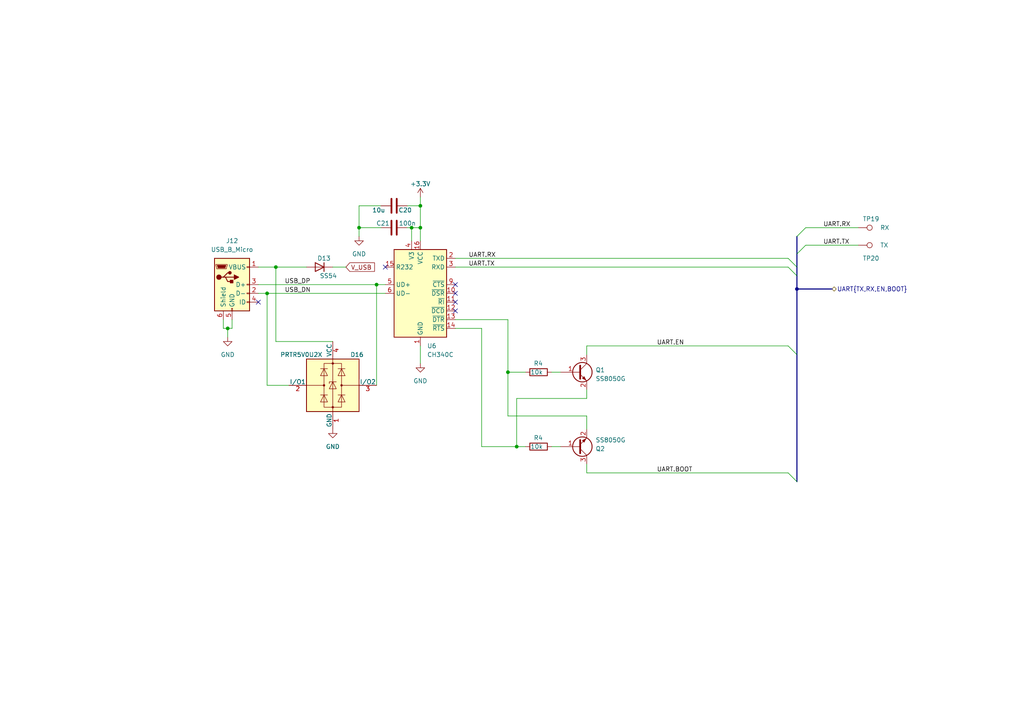
<source format=kicad_sch>
(kicad_sch (version 20230121) (generator eeschema)

  (uuid 5fddc0bf-220a-4e87-bb8a-a5446f04e8b5)

  (paper "A4")

  (lib_symbols
    (symbol "Connector:TestPoint" (pin_numbers hide) (pin_names (offset 0.762) hide) (in_bom yes) (on_board yes)
      (property "Reference" "TP" (at 0 6.858 0)
        (effects (font (size 1.27 1.27)))
      )
      (property "Value" "TestPoint" (at 0 5.08 0)
        (effects (font (size 1.27 1.27)))
      )
      (property "Footprint" "" (at 5.08 0 0)
        (effects (font (size 1.27 1.27)) hide)
      )
      (property "Datasheet" "~" (at 5.08 0 0)
        (effects (font (size 1.27 1.27)) hide)
      )
      (property "ki_keywords" "test point tp" (at 0 0 0)
        (effects (font (size 1.27 1.27)) hide)
      )
      (property "ki_description" "test point" (at 0 0 0)
        (effects (font (size 1.27 1.27)) hide)
      )
      (property "ki_fp_filters" "Pin* Test*" (at 0 0 0)
        (effects (font (size 1.27 1.27)) hide)
      )
      (symbol "TestPoint_0_1"
        (circle (center 0 3.302) (radius 0.762)
          (stroke (width 0) (type default))
          (fill (type none))
        )
      )
      (symbol "TestPoint_1_1"
        (pin passive line (at 0 0 90) (length 2.54)
          (name "1" (effects (font (size 1.27 1.27))))
          (number "1" (effects (font (size 1.27 1.27))))
        )
      )
    )
    (symbol "Connector:USB_B_Micro" (pin_names (offset 1.016)) (in_bom yes) (on_board yes)
      (property "Reference" "J" (at -5.08 11.43 0)
        (effects (font (size 1.27 1.27)) (justify left))
      )
      (property "Value" "USB_B_Micro" (at -5.08 8.89 0)
        (effects (font (size 1.27 1.27)) (justify left))
      )
      (property "Footprint" "" (at 3.81 -1.27 0)
        (effects (font (size 1.27 1.27)) hide)
      )
      (property "Datasheet" "~" (at 3.81 -1.27 0)
        (effects (font (size 1.27 1.27)) hide)
      )
      (property "ki_keywords" "connector USB micro" (at 0 0 0)
        (effects (font (size 1.27 1.27)) hide)
      )
      (property "ki_description" "USB Micro Type B connector" (at 0 0 0)
        (effects (font (size 1.27 1.27)) hide)
      )
      (property "ki_fp_filters" "USB*" (at 0 0 0)
        (effects (font (size 1.27 1.27)) hide)
      )
      (symbol "USB_B_Micro_0_1"
        (rectangle (start -5.08 -7.62) (end 5.08 7.62)
          (stroke (width 0.254) (type default))
          (fill (type background))
        )
        (circle (center -3.81 2.159) (radius 0.635)
          (stroke (width 0.254) (type default))
          (fill (type outline))
        )
        (circle (center -0.635 3.429) (radius 0.381)
          (stroke (width 0.254) (type default))
          (fill (type outline))
        )
        (rectangle (start -0.127 -7.62) (end 0.127 -6.858)
          (stroke (width 0) (type default))
          (fill (type none))
        )
        (polyline
          (pts
            (xy -1.905 2.159)
            (xy 0.635 2.159)
          )
          (stroke (width 0.254) (type default))
          (fill (type none))
        )
        (polyline
          (pts
            (xy -3.175 2.159)
            (xy -2.54 2.159)
            (xy -1.27 3.429)
            (xy -0.635 3.429)
          )
          (stroke (width 0.254) (type default))
          (fill (type none))
        )
        (polyline
          (pts
            (xy -2.54 2.159)
            (xy -1.905 2.159)
            (xy -1.27 0.889)
            (xy 0 0.889)
          )
          (stroke (width 0.254) (type default))
          (fill (type none))
        )
        (polyline
          (pts
            (xy 0.635 2.794)
            (xy 0.635 1.524)
            (xy 1.905 2.159)
            (xy 0.635 2.794)
          )
          (stroke (width 0.254) (type default))
          (fill (type outline))
        )
        (polyline
          (pts
            (xy -4.318 5.588)
            (xy -1.778 5.588)
            (xy -2.032 4.826)
            (xy -4.064 4.826)
            (xy -4.318 5.588)
          )
          (stroke (width 0) (type default))
          (fill (type outline))
        )
        (polyline
          (pts
            (xy -4.699 5.842)
            (xy -4.699 5.588)
            (xy -4.445 4.826)
            (xy -4.445 4.572)
            (xy -1.651 4.572)
            (xy -1.651 4.826)
            (xy -1.397 5.588)
            (xy -1.397 5.842)
            (xy -4.699 5.842)
          )
          (stroke (width 0) (type default))
          (fill (type none))
        )
        (rectangle (start 0.254 1.27) (end -0.508 0.508)
          (stroke (width 0.254) (type default))
          (fill (type outline))
        )
        (rectangle (start 5.08 -5.207) (end 4.318 -4.953)
          (stroke (width 0) (type default))
          (fill (type none))
        )
        (rectangle (start 5.08 -2.667) (end 4.318 -2.413)
          (stroke (width 0) (type default))
          (fill (type none))
        )
        (rectangle (start 5.08 -0.127) (end 4.318 0.127)
          (stroke (width 0) (type default))
          (fill (type none))
        )
        (rectangle (start 5.08 4.953) (end 4.318 5.207)
          (stroke (width 0) (type default))
          (fill (type none))
        )
      )
      (symbol "USB_B_Micro_1_1"
        (pin power_out line (at 7.62 5.08 180) (length 2.54)
          (name "VBUS" (effects (font (size 1.27 1.27))))
          (number "1" (effects (font (size 1.27 1.27))))
        )
        (pin bidirectional line (at 7.62 -2.54 180) (length 2.54)
          (name "D-" (effects (font (size 1.27 1.27))))
          (number "2" (effects (font (size 1.27 1.27))))
        )
        (pin bidirectional line (at 7.62 0 180) (length 2.54)
          (name "D+" (effects (font (size 1.27 1.27))))
          (number "3" (effects (font (size 1.27 1.27))))
        )
        (pin passive line (at 7.62 -5.08 180) (length 2.54)
          (name "ID" (effects (font (size 1.27 1.27))))
          (number "4" (effects (font (size 1.27 1.27))))
        )
        (pin power_out line (at 0 -10.16 90) (length 2.54)
          (name "GND" (effects (font (size 1.27 1.27))))
          (number "5" (effects (font (size 1.27 1.27))))
        )
        (pin passive line (at -2.54 -10.16 90) (length 2.54)
          (name "Shield" (effects (font (size 1.27 1.27))))
          (number "6" (effects (font (size 1.27 1.27))))
        )
      )
    )
    (symbol "Device:C" (pin_numbers hide) (pin_names (offset 0.254)) (in_bom yes) (on_board yes)
      (property "Reference" "C" (at 0.635 2.54 0)
        (effects (font (size 1.27 1.27)) (justify left))
      )
      (property "Value" "C" (at 0.635 -2.54 0)
        (effects (font (size 1.27 1.27)) (justify left))
      )
      (property "Footprint" "" (at 0.9652 -3.81 0)
        (effects (font (size 1.27 1.27)) hide)
      )
      (property "Datasheet" "~" (at 0 0 0)
        (effects (font (size 1.27 1.27)) hide)
      )
      (property "ki_keywords" "cap capacitor" (at 0 0 0)
        (effects (font (size 1.27 1.27)) hide)
      )
      (property "ki_description" "Unpolarized capacitor" (at 0 0 0)
        (effects (font (size 1.27 1.27)) hide)
      )
      (property "ki_fp_filters" "C_*" (at 0 0 0)
        (effects (font (size 1.27 1.27)) hide)
      )
      (symbol "C_0_1"
        (polyline
          (pts
            (xy -2.032 -0.762)
            (xy 2.032 -0.762)
          )
          (stroke (width 0.508) (type default))
          (fill (type none))
        )
        (polyline
          (pts
            (xy -2.032 0.762)
            (xy 2.032 0.762)
          )
          (stroke (width 0.508) (type default))
          (fill (type none))
        )
      )
      (symbol "C_1_1"
        (pin passive line (at 0 3.81 270) (length 2.794)
          (name "~" (effects (font (size 1.27 1.27))))
          (number "1" (effects (font (size 1.27 1.27))))
        )
        (pin passive line (at 0 -3.81 90) (length 2.794)
          (name "~" (effects (font (size 1.27 1.27))))
          (number "2" (effects (font (size 1.27 1.27))))
        )
      )
    )
    (symbol "Device:D" (pin_numbers hide) (pin_names (offset 1.016) hide) (in_bom yes) (on_board yes)
      (property "Reference" "D" (at 0 2.54 0)
        (effects (font (size 1.27 1.27)))
      )
      (property "Value" "D" (at 0 -2.54 0)
        (effects (font (size 1.27 1.27)))
      )
      (property "Footprint" "" (at 0 0 0)
        (effects (font (size 1.27 1.27)) hide)
      )
      (property "Datasheet" "~" (at 0 0 0)
        (effects (font (size 1.27 1.27)) hide)
      )
      (property "Sim.Device" "D" (at 0 0 0)
        (effects (font (size 1.27 1.27)) hide)
      )
      (property "Sim.Pins" "1=K 2=A" (at 0 0 0)
        (effects (font (size 1.27 1.27)) hide)
      )
      (property "ki_keywords" "diode" (at 0 0 0)
        (effects (font (size 1.27 1.27)) hide)
      )
      (property "ki_description" "Diode" (at 0 0 0)
        (effects (font (size 1.27 1.27)) hide)
      )
      (property "ki_fp_filters" "TO-???* *_Diode_* *SingleDiode* D_*" (at 0 0 0)
        (effects (font (size 1.27 1.27)) hide)
      )
      (symbol "D_0_1"
        (polyline
          (pts
            (xy -1.27 1.27)
            (xy -1.27 -1.27)
          )
          (stroke (width 0.254) (type default))
          (fill (type none))
        )
        (polyline
          (pts
            (xy 1.27 0)
            (xy -1.27 0)
          )
          (stroke (width 0) (type default))
          (fill (type none))
        )
        (polyline
          (pts
            (xy 1.27 1.27)
            (xy 1.27 -1.27)
            (xy -1.27 0)
            (xy 1.27 1.27)
          )
          (stroke (width 0.254) (type default))
          (fill (type none))
        )
      )
      (symbol "D_1_1"
        (pin passive line (at -3.81 0 0) (length 2.54)
          (name "K" (effects (font (size 1.27 1.27))))
          (number "1" (effects (font (size 1.27 1.27))))
        )
        (pin passive line (at 3.81 0 180) (length 2.54)
          (name "A" (effects (font (size 1.27 1.27))))
          (number "2" (effects (font (size 1.27 1.27))))
        )
      )
    )
    (symbol "Device:R" (pin_numbers hide) (pin_names (offset 0)) (in_bom yes) (on_board yes)
      (property "Reference" "R" (at 2.032 0 90)
        (effects (font (size 1.27 1.27)))
      )
      (property "Value" "R" (at 0 0 90)
        (effects (font (size 1.27 1.27)))
      )
      (property "Footprint" "" (at -1.778 0 90)
        (effects (font (size 1.27 1.27)) hide)
      )
      (property "Datasheet" "~" (at 0 0 0)
        (effects (font (size 1.27 1.27)) hide)
      )
      (property "ki_keywords" "R res resistor" (at 0 0 0)
        (effects (font (size 1.27 1.27)) hide)
      )
      (property "ki_description" "Resistor" (at 0 0 0)
        (effects (font (size 1.27 1.27)) hide)
      )
      (property "ki_fp_filters" "R_*" (at 0 0 0)
        (effects (font (size 1.27 1.27)) hide)
      )
      (symbol "R_0_1"
        (rectangle (start -1.016 -2.54) (end 1.016 2.54)
          (stroke (width 0.254) (type default))
          (fill (type none))
        )
      )
      (symbol "R_1_1"
        (pin passive line (at 0 3.81 270) (length 1.27)
          (name "~" (effects (font (size 1.27 1.27))))
          (number "1" (effects (font (size 1.27 1.27))))
        )
        (pin passive line (at 0 -3.81 90) (length 1.27)
          (name "~" (effects (font (size 1.27 1.27))))
          (number "2" (effects (font (size 1.27 1.27))))
        )
      )
    )
    (symbol "Interface_USB:CH340C" (in_bom yes) (on_board yes)
      (property "Reference" "U" (at -5.08 13.97 0)
        (effects (font (size 1.27 1.27)) (justify right))
      )
      (property "Value" "CH340C" (at 1.27 13.97 0)
        (effects (font (size 1.27 1.27)) (justify left))
      )
      (property "Footprint" "Package_SO:SOIC-16_3.9x9.9mm_P1.27mm" (at 1.27 -13.97 0)
        (effects (font (size 1.27 1.27)) (justify left) hide)
      )
      (property "Datasheet" "https://datasheet.lcsc.com/szlcsc/Jiangsu-Qin-Heng-CH340C_C84681.pdf" (at -8.89 20.32 0)
        (effects (font (size 1.27 1.27)) hide)
      )
      (property "ki_keywords" "USB UART Serial Converter Interface" (at 0 0 0)
        (effects (font (size 1.27 1.27)) hide)
      )
      (property "ki_description" "USB serial converter, UART, SOIC-16" (at 0 0 0)
        (effects (font (size 1.27 1.27)) hide)
      )
      (property "ki_fp_filters" "SOIC*3.9x9.9mm*P1.27mm*" (at 0 0 0)
        (effects (font (size 1.27 1.27)) hide)
      )
      (symbol "CH340C_0_1"
        (rectangle (start -7.62 12.7) (end 7.62 -12.7)
          (stroke (width 0.254) (type default))
          (fill (type background))
        )
      )
      (symbol "CH340C_1_1"
        (pin power_in line (at 0 -15.24 90) (length 2.54)
          (name "GND" (effects (font (size 1.27 1.27))))
          (number "1" (effects (font (size 1.27 1.27))))
        )
        (pin input line (at 10.16 0 180) (length 2.54)
          (name "~{DSR}" (effects (font (size 1.27 1.27))))
          (number "10" (effects (font (size 1.27 1.27))))
        )
        (pin input line (at 10.16 -2.54 180) (length 2.54)
          (name "~{RI}" (effects (font (size 1.27 1.27))))
          (number "11" (effects (font (size 1.27 1.27))))
        )
        (pin input line (at 10.16 -5.08 180) (length 2.54)
          (name "~{DCD}" (effects (font (size 1.27 1.27))))
          (number "12" (effects (font (size 1.27 1.27))))
        )
        (pin output line (at 10.16 -7.62 180) (length 2.54)
          (name "~{DTR}" (effects (font (size 1.27 1.27))))
          (number "13" (effects (font (size 1.27 1.27))))
        )
        (pin output line (at 10.16 -10.16 180) (length 2.54)
          (name "~{RTS}" (effects (font (size 1.27 1.27))))
          (number "14" (effects (font (size 1.27 1.27))))
        )
        (pin input line (at -10.16 7.62 0) (length 2.54)
          (name "R232" (effects (font (size 1.27 1.27))))
          (number "15" (effects (font (size 1.27 1.27))))
        )
        (pin power_in line (at 0 15.24 270) (length 2.54)
          (name "VCC" (effects (font (size 1.27 1.27))))
          (number "16" (effects (font (size 1.27 1.27))))
        )
        (pin output line (at 10.16 10.16 180) (length 2.54)
          (name "TXD" (effects (font (size 1.27 1.27))))
          (number "2" (effects (font (size 1.27 1.27))))
        )
        (pin input line (at 10.16 7.62 180) (length 2.54)
          (name "RXD" (effects (font (size 1.27 1.27))))
          (number "3" (effects (font (size 1.27 1.27))))
        )
        (pin passive line (at -2.54 15.24 270) (length 2.54)
          (name "V3" (effects (font (size 1.27 1.27))))
          (number "4" (effects (font (size 1.27 1.27))))
        )
        (pin bidirectional line (at -10.16 2.54 0) (length 2.54)
          (name "UD+" (effects (font (size 1.27 1.27))))
          (number "5" (effects (font (size 1.27 1.27))))
        )
        (pin bidirectional line (at -10.16 0 0) (length 2.54)
          (name "UD-" (effects (font (size 1.27 1.27))))
          (number "6" (effects (font (size 1.27 1.27))))
        )
        (pin no_connect line (at -7.62 -7.62 0) (length 2.54) hide
          (name "NC" (effects (font (size 1.27 1.27))))
          (number "7" (effects (font (size 1.27 1.27))))
        )
        (pin no_connect line (at -7.62 -10.16 0) (length 2.54) hide
          (name "NC" (effects (font (size 1.27 1.27))))
          (number "8" (effects (font (size 1.27 1.27))))
        )
        (pin input line (at 10.16 2.54 180) (length 2.54)
          (name "~{CTS}" (effects (font (size 1.27 1.27))))
          (number "9" (effects (font (size 1.27 1.27))))
        )
      )
    )
    (symbol "Power_Protection:PRTR5V0U2X" (pin_names (offset 0)) (in_bom yes) (on_board yes)
      (property "Reference" "D" (at 2.794 8.636 0)
        (effects (font (size 1.27 1.27)))
      )
      (property "Value" "PRTR5V0U2X" (at 8.128 -9.398 0)
        (effects (font (size 1.27 1.27)))
      )
      (property "Footprint" "Package_TO_SOT_SMD:SOT-143" (at 1.524 0 0)
        (effects (font (size 1.27 1.27)) hide)
      )
      (property "Datasheet" "https://assets.nexperia.com/documents/data-sheet/PRTR5V0U2X.pdf" (at 1.524 0 0)
        (effects (font (size 1.27 1.27)) hide)
      )
      (property "ki_keywords" "ESD protection diode" (at 0 0 0)
        (effects (font (size 1.27 1.27)) hide)
      )
      (property "ki_description" "Ultra low capacitance double rail-to-rail ESD protection diode, SOT-143" (at 0 0 0)
        (effects (font (size 1.27 1.27)) hide)
      )
      (property "ki_fp_filters" "SOT?143*" (at 0 0 0)
        (effects (font (size 1.27 1.27)) hide)
      )
      (symbol "PRTR5V0U2X_0_1"
        (rectangle (start -7.62 -7.62) (end 7.62 7.62)
          (stroke (width 0.254) (type default))
          (fill (type background))
        )
        (circle (center -2.54 0) (radius 0.254)
          (stroke (width 0) (type default))
          (fill (type outline))
        )
        (rectangle (start -2.54 6.35) (end 2.54 -6.35)
          (stroke (width 0) (type default))
          (fill (type none))
        )
        (circle (center 0 -6.35) (radius 0.254)
          (stroke (width 0) (type default))
          (fill (type outline))
        )
        (polyline
          (pts
            (xy -2.54 0)
            (xy -7.62 0)
          )
          (stroke (width 0) (type default))
          (fill (type none))
        )
        (polyline
          (pts
            (xy -1.524 -2.794)
            (xy -3.556 -2.794)
          )
          (stroke (width 0) (type default))
          (fill (type none))
        )
        (polyline
          (pts
            (xy -1.524 4.826)
            (xy -3.556 4.826)
          )
          (stroke (width 0) (type default))
          (fill (type none))
        )
        (polyline
          (pts
            (xy 0 -7.62)
            (xy 0 7.62)
          )
          (stroke (width 0) (type default))
          (fill (type none))
        )
        (polyline
          (pts
            (xy 1.524 -2.794)
            (xy 3.556 -2.794)
          )
          (stroke (width 0) (type default))
          (fill (type none))
        )
        (polyline
          (pts
            (xy 1.524 4.826)
            (xy 3.556 4.826)
          )
          (stroke (width 0) (type default))
          (fill (type none))
        )
        (polyline
          (pts
            (xy 2.54 0)
            (xy 7.62 0)
          )
          (stroke (width 0) (type default))
          (fill (type none))
        )
        (polyline
          (pts
            (xy 1.016 1.016)
            (xy -1.016 1.016)
            (xy -1.016 0.508)
          )
          (stroke (width 0) (type default))
          (fill (type none))
        )
        (polyline
          (pts
            (xy -3.556 -4.826)
            (xy -1.524 -4.826)
            (xy -2.54 -2.794)
            (xy -3.556 -4.826)
          )
          (stroke (width 0) (type default))
          (fill (type none))
        )
        (polyline
          (pts
            (xy -3.556 2.794)
            (xy -1.524 2.794)
            (xy -2.54 4.826)
            (xy -3.556 2.794)
          )
          (stroke (width 0) (type default))
          (fill (type none))
        )
        (polyline
          (pts
            (xy -1.016 -1.016)
            (xy 1.016 -1.016)
            (xy 0 1.016)
            (xy -1.016 -1.016)
          )
          (stroke (width 0) (type default))
          (fill (type none))
        )
        (polyline
          (pts
            (xy 3.556 -4.826)
            (xy 1.524 -4.826)
            (xy 2.54 -2.794)
            (xy 3.556 -4.826)
          )
          (stroke (width 0) (type default))
          (fill (type none))
        )
        (polyline
          (pts
            (xy 3.556 2.794)
            (xy 1.524 2.794)
            (xy 2.54 4.826)
            (xy 3.556 2.794)
          )
          (stroke (width 0) (type default))
          (fill (type none))
        )
        (circle (center 0 6.35) (radius 0.254)
          (stroke (width 0) (type default))
          (fill (type outline))
        )
        (circle (center 2.54 0) (radius 0.254)
          (stroke (width 0) (type default))
          (fill (type outline))
        )
      )
      (symbol "PRTR5V0U2X_1_1"
        (pin passive line (at 0 -12.7 90) (length 5.08)
          (name "GND" (effects (font (size 1.27 1.27))))
          (number "1" (effects (font (size 1.27 1.27))))
        )
        (pin passive line (at -12.7 0 0) (length 5.08)
          (name "I/O1" (effects (font (size 1.27 1.27))))
          (number "2" (effects (font (size 1.27 1.27))))
        )
        (pin passive line (at 12.7 0 180) (length 5.08)
          (name "I/O2" (effects (font (size 1.27 1.27))))
          (number "3" (effects (font (size 1.27 1.27))))
        )
        (pin passive line (at 0 12.7 270) (length 5.08)
          (name "VCC" (effects (font (size 1.27 1.27))))
          (number "4" (effects (font (size 1.27 1.27))))
        )
      )
    )
    (symbol "kicad_common_lib:SS8050G" (pin_names (offset 0) hide) (in_bom yes) (on_board yes)
      (property "Reference" "Q" (at 5.08 1.905 0)
        (effects (font (size 1.27 1.27)) (justify left))
      )
      (property "Value" "SS8050G" (at 5.08 0 0)
        (effects (font (size 1.27 1.27)) (justify left))
      )
      (property "Footprint" "Package_TO_SOT_SMD:SOT-23" (at 5.08 -1.905 0)
        (effects (font (size 1.27 1.27) italic) (justify left) hide)
      )
      (property "Datasheet" "https://www.mouser.com/datasheet/2/80/SS8050_G_RevA181526-2506539.pdf" (at -29.972 -19.812 0)
        (effects (font (size 1.27 1.27)) (justify left) hide)
      )
      (property "ki_keywords" "NPN Transistor" (at 0 0 0)
        (effects (font (size 1.27 1.27)) hide)
      )
      (property "ki_description" "0.8A Ic, 25V Vce, NPN Transistor, SOT-23" (at 0 0 0)
        (effects (font (size 1.27 1.27)) hide)
      )
      (property "ki_fp_filters" "SOT?23*" (at 0 0 0)
        (effects (font (size 1.27 1.27)) hide)
      )
      (symbol "SS8050G_0_1"
        (polyline
          (pts
            (xy 0.635 0.635)
            (xy 2.54 2.54)
          )
          (stroke (width 0) (type default))
          (fill (type none))
        )
        (polyline
          (pts
            (xy 0.635 -0.635)
            (xy 2.54 -2.54)
            (xy 2.54 -2.54)
          )
          (stroke (width 0) (type default))
          (fill (type none))
        )
        (polyline
          (pts
            (xy 0.635 1.905)
            (xy 0.635 -1.905)
            (xy 0.635 -1.905)
          )
          (stroke (width 0.508) (type default))
          (fill (type none))
        )
        (polyline
          (pts
            (xy 1.27 -1.778)
            (xy 1.778 -1.27)
            (xy 2.286 -2.286)
            (xy 1.27 -1.778)
            (xy 1.27 -1.778)
          )
          (stroke (width 0) (type default))
          (fill (type outline))
        )
        (circle (center 1.27 0) (radius 2.8194)
          (stroke (width 0.254) (type default))
          (fill (type none))
        )
      )
      (symbol "SS8050G_1_1"
        (pin input line (at -5.08 0 0) (length 5.715)
          (name "B" (effects (font (size 1.27 1.27))))
          (number "1" (effects (font (size 1.27 1.27))))
        )
        (pin passive line (at 2.54 -5.08 90) (length 2.54)
          (name "E" (effects (font (size 1.27 1.27))))
          (number "2" (effects (font (size 1.27 1.27))))
        )
        (pin passive line (at 2.54 5.08 270) (length 2.54)
          (name "C" (effects (font (size 1.27 1.27))))
          (number "3" (effects (font (size 1.27 1.27))))
        )
      )
    )
    (symbol "power:+3.3V" (power) (pin_names (offset 0)) (in_bom yes) (on_board yes)
      (property "Reference" "#PWR" (at 0 -3.81 0)
        (effects (font (size 1.27 1.27)) hide)
      )
      (property "Value" "+3.3V" (at 0 3.556 0)
        (effects (font (size 1.27 1.27)))
      )
      (property "Footprint" "" (at 0 0 0)
        (effects (font (size 1.27 1.27)) hide)
      )
      (property "Datasheet" "" (at 0 0 0)
        (effects (font (size 1.27 1.27)) hide)
      )
      (property "ki_keywords" "global power" (at 0 0 0)
        (effects (font (size 1.27 1.27)) hide)
      )
      (property "ki_description" "Power symbol creates a global label with name \"+3.3V\"" (at 0 0 0)
        (effects (font (size 1.27 1.27)) hide)
      )
      (symbol "+3.3V_0_1"
        (polyline
          (pts
            (xy -0.762 1.27)
            (xy 0 2.54)
          )
          (stroke (width 0) (type default))
          (fill (type none))
        )
        (polyline
          (pts
            (xy 0 0)
            (xy 0 2.54)
          )
          (stroke (width 0) (type default))
          (fill (type none))
        )
        (polyline
          (pts
            (xy 0 2.54)
            (xy 0.762 1.27)
          )
          (stroke (width 0) (type default))
          (fill (type none))
        )
      )
      (symbol "+3.3V_1_1"
        (pin power_in line (at 0 0 90) (length 0) hide
          (name "+3.3V" (effects (font (size 1.27 1.27))))
          (number "1" (effects (font (size 1.27 1.27))))
        )
      )
    )
    (symbol "power:GND" (power) (pin_names (offset 0)) (in_bom yes) (on_board yes)
      (property "Reference" "#PWR" (at 0 -6.35 0)
        (effects (font (size 1.27 1.27)) hide)
      )
      (property "Value" "GND" (at 0 -3.81 0)
        (effects (font (size 1.27 1.27)))
      )
      (property "Footprint" "" (at 0 0 0)
        (effects (font (size 1.27 1.27)) hide)
      )
      (property "Datasheet" "" (at 0 0 0)
        (effects (font (size 1.27 1.27)) hide)
      )
      (property "ki_keywords" "global power" (at 0 0 0)
        (effects (font (size 1.27 1.27)) hide)
      )
      (property "ki_description" "Power symbol creates a global label with name \"GND\" , ground" (at 0 0 0)
        (effects (font (size 1.27 1.27)) hide)
      )
      (symbol "GND_0_1"
        (polyline
          (pts
            (xy 0 0)
            (xy 0 -1.27)
            (xy 1.27 -1.27)
            (xy 0 -2.54)
            (xy -1.27 -1.27)
            (xy 0 -1.27)
          )
          (stroke (width 0) (type default))
          (fill (type none))
        )
      )
      (symbol "GND_1_1"
        (pin power_in line (at 0 0 270) (length 0) hide
          (name "GND" (effects (font (size 1.27 1.27))))
          (number "1" (effects (font (size 1.27 1.27))))
        )
      )
    )
  )

  (junction (at 104.14 66.04) (diameter 0.9144) (color 0 0 0 0)
    (uuid 2047fc7d-cad9-46e5-9bc5-f5094c930aa9)
  )
  (junction (at 109.22 82.55) (diameter 0.9144) (color 0 0 0 0)
    (uuid 239480c5-cf89-4379-b686-da997f77cd35)
  )
  (junction (at 147.32 107.95) (diameter 0) (color 0 0 0 0)
    (uuid 2c2b005f-9127-4904-b228-df96df626298)
  )
  (junction (at 119.38 66.04) (diameter 0.9144) (color 0 0 0 0)
    (uuid 3ea3b136-fe43-4b6e-862d-90cc64b6e57d)
  )
  (junction (at 80.01 77.47) (diameter 0.9144) (color 0 0 0 0)
    (uuid 5b2ca2c1-4f47-443b-b5e7-8f717c4f424f)
  )
  (junction (at 121.92 59.69) (diameter 0.9144) (color 0 0 0 0)
    (uuid 69bbf1ce-b2b6-46d9-8ebd-a7565c378a8c)
  )
  (junction (at 231.14 83.82) (diameter 0) (color 0 0 0 0)
    (uuid 8a529a1f-b8d6-4bec-ba39-b4e221ef1f03)
  )
  (junction (at 121.92 66.04) (diameter 0.9144) (color 0 0 0 0)
    (uuid a780fe4f-b763-4b36-bcd7-2a066901324c)
  )
  (junction (at 66.04 95.25) (diameter 0.9144) (color 0 0 0 0)
    (uuid b245c46d-c08d-43b7-b5d3-72798a8463ac)
  )
  (junction (at 149.86 129.54) (diameter 0) (color 0 0 0 0)
    (uuid bd9a3035-56d9-432f-acc6-1a0c4844efc1)
  )
  (junction (at 77.47 85.09) (diameter 0.9144) (color 0 0 0 0)
    (uuid c020e690-3bdc-4f6d-a32e-51ab2e3565ac)
  )

  (no_connect (at 132.08 90.17) (uuid 0c5e9679-1826-4605-b8be-566903c3ee1d))
  (no_connect (at 74.93 87.63) (uuid 3b794187-00a7-4c4b-920c-3154d7c50070))
  (no_connect (at 132.08 85.09) (uuid 485c8b90-487d-423b-8288-d9d678d44c1c))
  (no_connect (at 111.76 77.47) (uuid 9b0b0106-34bc-4655-bc10-deba5afdb985))
  (no_connect (at 132.08 82.55) (uuid d86a2e7b-372a-485c-81c7-b05d2ab399fc))
  (no_connect (at 132.08 87.63) (uuid e7824fc2-d8c9-43b9-903e-8db6d740a561))

  (bus_entry (at 231.14 73.66) (size 2.54 -2.54)
    (stroke (width 0) (type default))
    (uuid 11ff8e81-0366-4109-bd02-d6d85f06adf7)
  )
  (bus_entry (at 228.6 74.93) (size 2.54 2.54)
    (stroke (width 0) (type default))
    (uuid 581a6ee3-4fe7-435d-ad33-8546e89a7d03)
  )
  (bus_entry (at 228.6 137.16) (size 2.54 2.54)
    (stroke (width 0) (type default))
    (uuid 70d76edc-4463-4351-8fcb-20bd65f52e7b)
  )
  (bus_entry (at 228.6 100.33) (size 2.54 2.54)
    (stroke (width 0) (type default))
    (uuid 882eae53-6dbe-418b-ad07-a3682c56ec6c)
  )
  (bus_entry (at 231.14 68.58) (size 2.54 -2.54)
    (stroke (width 0) (type default))
    (uuid b04f8f90-80a1-4553-b5d4-de2451910b96)
  )
  (bus_entry (at 228.6 77.47) (size 2.54 2.54)
    (stroke (width 0) (type default))
    (uuid baa70ec9-7c40-4aca-b974-daa7950072d3)
  )

  (wire (pts (xy 233.68 71.12) (xy 248.92 71.12))
    (stroke (width 0) (type default))
    (uuid 0bfe5ed3-9537-4e0a-b220-07807525750d)
  )
  (wire (pts (xy 109.22 82.55) (xy 109.22 111.76))
    (stroke (width 0) (type solid))
    (uuid 0c6be1e4-096c-46b5-acb6-7d90b2d63e41)
  )
  (wire (pts (xy 119.38 66.04) (xy 121.92 66.04))
    (stroke (width 0) (type solid))
    (uuid 0ec2fe08-1f08-466c-91cd-a269fd828f82)
  )
  (wire (pts (xy 170.18 120.65) (xy 147.32 120.65))
    (stroke (width 0) (type default))
    (uuid 12570aa1-92fd-47d3-a5e6-388b04289275)
  )
  (wire (pts (xy 74.93 85.09) (xy 77.47 85.09))
    (stroke (width 0) (type solid))
    (uuid 1416e0b5-d709-4b51-b1d2-2032fb97465b)
  )
  (bus (pts (xy 231.14 80.01) (xy 231.14 83.82))
    (stroke (width 0) (type default))
    (uuid 178416fe-8721-42b3-a2d4-e5d380285a0f)
  )

  (wire (pts (xy 118.11 59.69) (xy 121.92 59.69))
    (stroke (width 0) (type solid))
    (uuid 1cb91cfb-a27f-49ef-84d8-d86ba4c4bf6c)
  )
  (wire (pts (xy 147.32 120.65) (xy 147.32 107.95))
    (stroke (width 0) (type default))
    (uuid 2512ab1d-2e4c-4368-9916-094831c862e1)
  )
  (wire (pts (xy 64.77 95.25) (xy 66.04 95.25))
    (stroke (width 0) (type solid))
    (uuid 2c4940de-b668-4202-a709-6f078be6b214)
  )
  (wire (pts (xy 96.52 77.47) (xy 100.33 77.47))
    (stroke (width 0) (type solid))
    (uuid 3015993d-5f8d-4eec-94d4-f81fdef0b19d)
  )
  (wire (pts (xy 80.01 77.47) (xy 88.9 77.47))
    (stroke (width 0) (type solid))
    (uuid 34a9ccd6-4c99-4321-b2de-bb81813cd124)
  )
  (wire (pts (xy 104.14 66.04) (xy 104.14 59.69))
    (stroke (width 0) (type solid))
    (uuid 38b5ce47-0787-4c4e-9388-bf60add55e20)
  )
  (wire (pts (xy 160.02 129.54) (xy 162.56 129.54))
    (stroke (width 0) (type default))
    (uuid 3938a9e4-16f7-4884-b3f1-9c6bbcc998e7)
  )
  (wire (pts (xy 67.31 95.25) (xy 67.31 92.71))
    (stroke (width 0) (type solid))
    (uuid 3a6f8307-7800-4b19-a952-1879192299d7)
  )
  (wire (pts (xy 104.14 66.04) (xy 110.49 66.04))
    (stroke (width 0) (type solid))
    (uuid 3d1a3424-4d6e-418e-b55f-0298df7e42d3)
  )
  (bus (pts (xy 231.14 77.47) (xy 231.14 80.01))
    (stroke (width 0) (type default))
    (uuid 47cba9dc-1077-465e-9339-1ab5eca0dd6e)
  )

  (wire (pts (xy 170.18 102.87) (xy 170.18 100.33))
    (stroke (width 0) (type default))
    (uuid 4a84dc33-b12f-4601-a9e4-a997d6550420)
  )
  (wire (pts (xy 119.38 69.85) (xy 119.38 66.04))
    (stroke (width 0) (type solid))
    (uuid 4dc00e94-445c-4c28-8e39-07687f1b7d1a)
  )
  (wire (pts (xy 104.14 68.58) (xy 104.14 66.04))
    (stroke (width 0) (type solid))
    (uuid 4f3f6770-eec1-4405-bc6e-116a5bfe6b3f)
  )
  (wire (pts (xy 132.08 74.93) (xy 228.6 74.93))
    (stroke (width 0) (type default))
    (uuid 53989b1c-7ef4-4591-bc38-c7b427c9efe3)
  )
  (bus (pts (xy 231.14 73.66) (xy 231.14 77.47))
    (stroke (width 0) (type default))
    (uuid 5586ca6d-ccf6-4279-9a2b-9724314658d1)
  )

  (wire (pts (xy 104.14 59.69) (xy 110.49 59.69))
    (stroke (width 0) (type solid))
    (uuid 5a584b43-398b-4a82-aa3f-b2f444e415ff)
  )
  (wire (pts (xy 170.18 137.16) (xy 228.6 137.16))
    (stroke (width 0) (type default))
    (uuid 5dd1057f-891b-4660-abf6-c07978b0bb65)
  )
  (wire (pts (xy 170.18 100.33) (xy 228.6 100.33))
    (stroke (width 0) (type default))
    (uuid 6d264c35-89a0-4f24-8600-463d49e22fe4)
  )
  (wire (pts (xy 64.77 92.71) (xy 64.77 95.25))
    (stroke (width 0) (type solid))
    (uuid 7abdf815-e741-47f8-b424-49780d9134cb)
  )
  (wire (pts (xy 147.32 107.95) (xy 152.4 107.95))
    (stroke (width 0) (type default))
    (uuid 7d465149-c421-411b-bc7c-32c78509121a)
  )
  (wire (pts (xy 160.02 107.95) (xy 162.56 107.95))
    (stroke (width 0) (type default))
    (uuid 7fce37d9-916a-4781-967b-dae0d21067ca)
  )
  (bus (pts (xy 231.14 102.87) (xy 231.14 139.7))
    (stroke (width 0) (type default))
    (uuid 7fe78966-e324-4655-bd38-5293a361c6c6)
  )

  (wire (pts (xy 139.7 129.54) (xy 149.86 129.54))
    (stroke (width 0) (type default))
    (uuid 8a80d9cb-8280-496c-92e0-953a434fed66)
  )
  (wire (pts (xy 74.93 77.47) (xy 80.01 77.47))
    (stroke (width 0) (type solid))
    (uuid 8e50f72c-27c0-4fef-8de3-9d24c066619b)
  )
  (wire (pts (xy 121.92 57.15) (xy 121.92 59.69))
    (stroke (width 0) (type solid))
    (uuid 90f643e9-79bc-4c8d-b068-87adc5136bf3)
  )
  (wire (pts (xy 170.18 124.46) (xy 170.18 120.65))
    (stroke (width 0) (type default))
    (uuid a6c34839-529a-4deb-9011-8183b37cdd14)
  )
  (bus (pts (xy 231.14 68.58) (xy 231.14 73.66))
    (stroke (width 0) (type default))
    (uuid ac5b4117-603a-4ee4-b624-024205333f9a)
  )
  (bus (pts (xy 231.14 83.82) (xy 241.3 83.82))
    (stroke (width 0) (type default))
    (uuid b53baf7f-0538-4906-adfa-748e4ba0877a)
  )

  (wire (pts (xy 121.92 59.69) (xy 121.92 66.04))
    (stroke (width 0) (type solid))
    (uuid b8d05a3f-54b0-4b4c-b20d-107900940921)
  )
  (wire (pts (xy 109.22 82.55) (xy 111.76 82.55))
    (stroke (width 0) (type solid))
    (uuid b95116e3-6ed8-418c-88ea-f93dbe062e56)
  )
  (wire (pts (xy 121.92 66.04) (xy 121.92 69.85))
    (stroke (width 0) (type solid))
    (uuid ba2f0ee2-66c2-433d-8de6-c2e2ef31d722)
  )
  (wire (pts (xy 80.01 99.06) (xy 80.01 77.47))
    (stroke (width 0) (type solid))
    (uuid c2aa7c91-d819-47fa-8376-4e67339443fb)
  )
  (wire (pts (xy 66.04 95.25) (xy 67.31 95.25))
    (stroke (width 0) (type solid))
    (uuid c56d6ee1-0e69-4e57-b031-23297508eecd)
  )
  (wire (pts (xy 170.18 113.03) (xy 170.18 115.57))
    (stroke (width 0) (type default))
    (uuid c57412dc-caf7-4783-b478-16a527d1e88d)
  )
  (wire (pts (xy 77.47 85.09) (xy 111.76 85.09))
    (stroke (width 0) (type solid))
    (uuid c6d00e9a-e877-4879-a78a-60fd0bf3a6bf)
  )
  (wire (pts (xy 147.32 92.71) (xy 147.32 107.95))
    (stroke (width 0) (type default))
    (uuid c6f64de8-d0e9-4038-9d5e-71cfd8b229e4)
  )
  (wire (pts (xy 77.47 85.09) (xy 77.47 111.76))
    (stroke (width 0) (type solid))
    (uuid c9543cec-67f3-429e-b3ea-0d4c799871f5)
  )
  (wire (pts (xy 96.52 99.06) (xy 80.01 99.06))
    (stroke (width 0) (type solid))
    (uuid cf0b1820-d5fb-4a9e-a1a8-4a36f1fe0baf)
  )
  (wire (pts (xy 132.08 77.47) (xy 228.6 77.47))
    (stroke (width 0) (type default))
    (uuid d3d630d9-eb07-446c-866a-9e4b6d0662e9)
  )
  (wire (pts (xy 170.18 134.62) (xy 170.18 137.16))
    (stroke (width 0) (type default))
    (uuid d95217e5-e528-4789-a9b0-380fb69cb2d3)
  )
  (wire (pts (xy 121.92 100.33) (xy 121.92 105.41))
    (stroke (width 0) (type solid))
    (uuid d9770a99-def5-4c3e-8a68-e624ff151430)
  )
  (wire (pts (xy 149.86 129.54) (xy 152.4 129.54))
    (stroke (width 0) (type default))
    (uuid e2d7629a-118b-4452-9b62-de3b487a05b6)
  )
  (wire (pts (xy 83.82 111.76) (xy 77.47 111.76))
    (stroke (width 0) (type solid))
    (uuid e3357bdd-3e59-4680-a5e5-cd025dbbeabb)
  )
  (wire (pts (xy 74.93 82.55) (xy 109.22 82.55))
    (stroke (width 0) (type solid))
    (uuid e412d098-53e7-4efd-9ec0-9bfa34f1138c)
  )
  (wire (pts (xy 170.18 115.57) (xy 149.86 115.57))
    (stroke (width 0) (type default))
    (uuid e5531421-ea93-4458-be65-a863b5f861d0)
  )
  (wire (pts (xy 139.7 95.25) (xy 139.7 129.54))
    (stroke (width 0) (type default))
    (uuid ea47a139-edbb-40f3-9f30-cfe331b7f707)
  )
  (wire (pts (xy 132.08 95.25) (xy 139.7 95.25))
    (stroke (width 0) (type default))
    (uuid f10ff692-e84b-44e1-a7b8-ed7ec5aa6fb4)
  )
  (wire (pts (xy 66.04 97.79) (xy 66.04 95.25))
    (stroke (width 0) (type solid))
    (uuid f45bd5a9-44fc-4f9b-baf7-4ae4fe6ec1e2)
  )
  (bus (pts (xy 231.14 83.82) (xy 231.14 102.87))
    (stroke (width 0) (type default))
    (uuid f5445251-699b-4894-a75c-71e94f5a0872)
  )

  (wire (pts (xy 233.68 66.04) (xy 248.92 66.04))
    (stroke (width 0) (type default))
    (uuid f6f74a62-ca37-474b-a525-91edf71308f5)
  )
  (wire (pts (xy 119.38 66.04) (xy 118.11 66.04))
    (stroke (width 0) (type solid))
    (uuid f91156e7-d174-4602-b20b-f04d5e4d0760)
  )
  (wire (pts (xy 132.08 92.71) (xy 147.32 92.71))
    (stroke (width 0) (type default))
    (uuid f94b79e4-746a-4924-80e4-00b526a3977d)
  )
  (wire (pts (xy 149.86 115.57) (xy 149.86 129.54))
    (stroke (width 0) (type default))
    (uuid ffd5e25b-2d36-4352-85c4-ac347a5cc570)
  )

  (label "UART.EN" (at 190.5 100.33 0) (fields_autoplaced)
    (effects (font (size 1.27 1.27)) (justify left bottom))
    (uuid 077e4cc9-aaa0-407a-8eea-7a295d5f136f)
  )
  (label "UART.TX" (at 135.89 77.47 0) (fields_autoplaced)
    (effects (font (size 1.27 1.27)) (justify left bottom))
    (uuid 2eb45180-1502-4724-80aa-99fcbc81a6be)
  )
  (label "UART.BOOT" (at 190.5 137.16 0) (fields_autoplaced)
    (effects (font (size 1.27 1.27)) (justify left bottom))
    (uuid 59ac740a-90ff-47a2-9445-e31b750b61b4)
  )
  (label "UART.RX" (at 238.76 66.04 0) (fields_autoplaced)
    (effects (font (size 1.27 1.27)) (justify left bottom))
    (uuid 79a3856a-a225-495b-8589-34fa16d5a651)
  )
  (label "USB_DP" (at 82.55 82.55 0) (fields_autoplaced)
    (effects (font (size 1.27 1.27)) (justify left bottom))
    (uuid a26c8dc4-7e35-40fe-a0c7-e9b1fd0576d6)
  )
  (label "UART.TX" (at 238.76 71.12 0) (fields_autoplaced)
    (effects (font (size 1.27 1.27)) (justify left bottom))
    (uuid e1b7aefd-76ae-4429-a4db-7903817d32ee)
  )
  (label "USB_DN" (at 82.55 85.09 0) (fields_autoplaced)
    (effects (font (size 1.27 1.27)) (justify left bottom))
    (uuid e9670e07-0236-4e4c-9bf0-73c64daabc0a)
  )
  (label "UART.RX" (at 135.89 74.93 0) (fields_autoplaced)
    (effects (font (size 1.27 1.27)) (justify left bottom))
    (uuid fdf5f419-8744-4e21-a2f8-ac8f05e38250)
  )

  (global_label "V_USB" (shape input) (at 100.33 77.47 0)
    (effects (font (size 1.27 1.27)) (justify left))
    (uuid 3a393b35-65fe-4ff8-9dba-c10911e2d95c)
    (property "Intersheetrefs" "${INTERSHEET_REFS}" (at 108.6093 77.3906 0)
      (effects (font (size 1.27 1.27)) (justify left) hide)
    )
  )

  (hierarchical_label "UART{TX,RX,EN,BOOT}" (shape bidirectional) (at 241.3 83.82 0) (fields_autoplaced)
    (effects (font (size 1.27 1.27)) (justify left))
    (uuid c5d6ac22-5d98-4dfe-aa2b-2aa488d7e363)
  )

  (symbol (lib_id "Connector:TestPoint") (at 248.92 71.12 270) (unit 1)
    (in_bom yes) (on_board yes) (dnp no)
    (uuid 12c61771-5c62-4502-b45a-f8296f47b5b4)
    (property "Reference" "TP20" (at 250.19 74.93 90)
      (effects (font (size 1.27 1.27)) (justify left))
    )
    (property "Value" "TX" (at 255.27 71.12 90)
      (effects (font (size 1.27 1.27)) (justify left))
    )
    (property "Footprint" "" (at 248.92 76.2 0)
      (effects (font (size 1.27 1.27)) hide)
    )
    (property "Datasheet" "~" (at 248.92 76.2 0)
      (effects (font (size 1.27 1.27)) hide)
    )
    (pin "1" (uuid 4cc2d5b9-819b-4152-8345-902e64bfb120))
    (instances
      (project "esp_radio"
        (path "/c9e2e0d2-0655-4f5e-8e13-71b41b1f7cfe/9103cc11-86bf-4fa8-956b-660d9ba42360"
          (reference "TP20") (unit 1)
        )
      )
    )
  )

  (symbol (lib_id "power:GND") (at 121.92 105.41 0) (unit 1)
    (in_bom yes) (on_board yes) (dnp no) (fields_autoplaced)
    (uuid 26c339ec-5fc1-4922-83ee-8282b21344e8)
    (property "Reference" "#PWR041" (at 121.92 111.76 0)
      (effects (font (size 1.27 1.27)) hide)
    )
    (property "Value" "GND" (at 121.92 110.49 0)
      (effects (font (size 1.27 1.27)))
    )
    (property "Footprint" "" (at 121.92 105.41 0)
      (effects (font (size 1.27 1.27)) hide)
    )
    (property "Datasheet" "" (at 121.92 105.41 0)
      (effects (font (size 1.27 1.27)) hide)
    )
    (pin "1" (uuid 4b94d468-ef4e-4f95-90e5-ad8130e8e124))
    (instances
      (project "esp_radio"
        (path "/c9e2e0d2-0655-4f5e-8e13-71b41b1f7cfe/9103cc11-86bf-4fa8-956b-660d9ba42360"
          (reference "#PWR041") (unit 1)
        )
      )
    )
  )

  (symbol (lib_id "Device:C") (at 114.3 59.69 270) (unit 1)
    (in_bom yes) (on_board yes) (dnp no)
    (uuid 271f4471-3e2d-438f-ba8a-ffb870303dd2)
    (property "Reference" "C20" (at 115.57 60.96 90)
      (effects (font (size 1.27 1.27)) (justify left))
    )
    (property "Value" "10u" (at 107.95 60.96 90)
      (effects (font (size 1.27 1.27)) (justify left))
    )
    (property "Footprint" "Capacitor_THT:CP_Radial_D5.0mm_P2.50mm" (at 110.49 60.6552 0)
      (effects (font (size 1.27 1.27)) hide)
    )
    (property "Datasheet" "~" (at 114.3 59.69 0)
      (effects (font (size 1.27 1.27)) hide)
    )
    (pin "1" (uuid 893ea316-bcb6-480f-9154-8196a457e29c))
    (pin "2" (uuid f951b049-a18b-4970-a696-9be76285b8d1))
    (instances
      (project "iot_gateway"
        (path "/55bc60f8-22fb-46a0-bcf0-c22431b76116"
          (reference "C20") (unit 1)
        )
      )
      (project "esp_radio"
        (path "/c9e2e0d2-0655-4f5e-8e13-71b41b1f7cfe/9103cc11-86bf-4fa8-956b-660d9ba42360"
          (reference "C32") (unit 1)
        )
      )
    )
  )

  (symbol (lib_id "Device:R") (at 156.21 129.54 90) (unit 1)
    (in_bom yes) (on_board yes) (dnp no)
    (uuid 3c832a96-2bbb-4909-b52e-afaaa9f43f97)
    (property "Reference" "R4" (at 157.48 127 90)
      (effects (font (size 1.27 1.27)) (justify left))
    )
    (property "Value" "10k" (at 157.48 129.54 90)
      (effects (font (size 1.27 1.27)) (justify left))
    )
    (property "Footprint" "" (at 156.21 131.318 90)
      (effects (font (size 1.27 1.27)) hide)
    )
    (property "Datasheet" "~" (at 156.21 129.54 0)
      (effects (font (size 1.27 1.27)) hide)
    )
    (pin "1" (uuid ede335a3-53f1-454a-9df8-b8e9d05190ce))
    (pin "2" (uuid f15e146f-1cdb-4704-8a55-a5645455c337))
    (instances
      (project "esp_radio"
        (path "/c9e2e0d2-0655-4f5e-8e13-71b41b1f7cfe/075c031f-b0b0-4bab-abfa-9d47d762eb65"
          (reference "R4") (unit 1)
        )
        (path "/c9e2e0d2-0655-4f5e-8e13-71b41b1f7cfe/9103cc11-86bf-4fa8-956b-660d9ba42360"
          (reference "R22") (unit 1)
        )
      )
    )
  )

  (symbol (lib_id "kicad_common_lib:SS8050G") (at 167.64 129.54 0) (mirror x) (unit 1)
    (in_bom yes) (on_board yes) (dnp no)
    (uuid 4abe34b9-31b8-481f-bd31-377da3936b7b)
    (property "Reference" "Q2" (at 172.72 130.175 0)
      (effects (font (size 1.27 1.27)) (justify left))
    )
    (property "Value" "SS8050G" (at 172.72 127.635 0)
      (effects (font (size 1.27 1.27)) (justify left))
    )
    (property "Footprint" "Package_TO_SOT_SMD:SOT-23" (at 172.72 127.635 0)
      (effects (font (size 1.27 1.27) italic) (justify left) hide)
    )
    (property "Datasheet" "https://www.mouser.com/datasheet/2/80/SS8050_G_RevA181526-2506539.pdf" (at 137.668 109.728 0)
      (effects (font (size 1.27 1.27)) (justify left) hide)
    )
    (pin "1" (uuid 01e96242-62ca-4b66-b9b7-913b5ff927b7))
    (pin "2" (uuid 3a404f88-725a-4e99-bdc7-7dd1d2f3b5be))
    (pin "3" (uuid 8994784c-3572-4eb2-87d7-a5c118f88605))
    (instances
      (project "esp_radio"
        (path "/c9e2e0d2-0655-4f5e-8e13-71b41b1f7cfe/9103cc11-86bf-4fa8-956b-660d9ba42360"
          (reference "Q2") (unit 1)
        )
      )
    )
  )

  (symbol (lib_id "Device:C") (at 114.3 66.04 90) (unit 1)
    (in_bom yes) (on_board yes) (dnp no)
    (uuid 556aedfa-c88f-4a35-8a23-f7da699bd5df)
    (property "Reference" "C21" (at 113.03 64.77 90)
      (effects (font (size 1.27 1.27)) (justify left))
    )
    (property "Value" "100n" (at 120.65 64.77 90)
      (effects (font (size 1.27 1.27)) (justify left))
    )
    (property "Footprint" "kicad_common_lib:C_0805" (at 118.11 65.0748 0)
      (effects (font (size 1.27 1.27)) hide)
    )
    (property "Datasheet" "~" (at 114.3 66.04 0)
      (effects (font (size 1.27 1.27)) hide)
    )
    (pin "1" (uuid 2899d4c9-5ebf-452b-847d-056549e2f7e0))
    (pin "2" (uuid f9340dcf-1304-48e7-92eb-899e4f634eb5))
    (instances
      (project "iot_gateway"
        (path "/55bc60f8-22fb-46a0-bcf0-c22431b76116"
          (reference "C21") (unit 1)
        )
      )
      (project "esp_radio"
        (path "/c9e2e0d2-0655-4f5e-8e13-71b41b1f7cfe/9103cc11-86bf-4fa8-956b-660d9ba42360"
          (reference "C33") (unit 1)
        )
      )
    )
  )

  (symbol (lib_id "Device:D") (at 92.71 77.47 0) (mirror y) (unit 1)
    (in_bom yes) (on_board yes) (dnp no)
    (uuid 5c6f16f8-ca6e-4313-9d0e-178ee68a1aa9)
    (property "Reference" "D13" (at 93.98 74.93 0)
      (effects (font (size 1.27 1.27)))
    )
    (property "Value" "SS54" (at 95.25 80.01 0)
      (effects (font (size 1.27 1.27)))
    )
    (property "Footprint" "Diode_SMD:D_SMB" (at 92.71 77.47 0)
      (effects (font (size 1.27 1.27)) hide)
    )
    (property "Datasheet" "~" (at 92.71 77.47 0)
      (effects (font (size 1.27 1.27)) hide)
    )
    (property "Sim.Device" "D" (at 92.71 77.47 0)
      (effects (font (size 1.27 1.27)) hide)
    )
    (property "Sim.Pins" "1=K 2=A" (at 92.71 77.47 0)
      (effects (font (size 1.27 1.27)) hide)
    )
    (pin "1" (uuid deb433ad-769c-42e2-af2e-841cfc10c946))
    (pin "2" (uuid 80ee706e-de19-4fd9-a002-48aaeb54b92f))
    (instances
      (project "iot_gateway"
        (path "/55bc60f8-22fb-46a0-bcf0-c22431b76116"
          (reference "D13") (unit 1)
        )
      )
      (project "esp_radio"
        (path "/c9e2e0d2-0655-4f5e-8e13-71b41b1f7cfe/9103cc11-86bf-4fa8-956b-660d9ba42360"
          (reference "D7") (unit 1)
        )
      )
    )
  )

  (symbol (lib_id "Device:R") (at 156.21 107.95 90) (unit 1)
    (in_bom yes) (on_board yes) (dnp no)
    (uuid 70983ff8-1d3a-4198-9694-bd3fda1db897)
    (property "Reference" "R4" (at 157.48 105.41 90)
      (effects (font (size 1.27 1.27)) (justify left))
    )
    (property "Value" "10k" (at 157.48 107.95 90)
      (effects (font (size 1.27 1.27)) (justify left))
    )
    (property "Footprint" "" (at 156.21 109.728 90)
      (effects (font (size 1.27 1.27)) hide)
    )
    (property "Datasheet" "~" (at 156.21 107.95 0)
      (effects (font (size 1.27 1.27)) hide)
    )
    (pin "1" (uuid 8f9e4c1b-7a14-490b-8dfd-a8fc26ef075d))
    (pin "2" (uuid f68120b1-0a24-4e01-aa41-fcdf29728813))
    (instances
      (project "esp_radio"
        (path "/c9e2e0d2-0655-4f5e-8e13-71b41b1f7cfe/075c031f-b0b0-4bab-abfa-9d47d762eb65"
          (reference "R4") (unit 1)
        )
        (path "/c9e2e0d2-0655-4f5e-8e13-71b41b1f7cfe/9103cc11-86bf-4fa8-956b-660d9ba42360"
          (reference "R21") (unit 1)
        )
      )
    )
  )

  (symbol (lib_id "kicad_common_lib:SS8050G") (at 167.64 107.95 0) (unit 1)
    (in_bom yes) (on_board yes) (dnp no) (fields_autoplaced)
    (uuid 70c09375-e850-4ac4-999a-7f38edc5d473)
    (property "Reference" "Q1" (at 172.72 107.315 0)
      (effects (font (size 1.27 1.27)) (justify left))
    )
    (property "Value" "SS8050G" (at 172.72 109.855 0)
      (effects (font (size 1.27 1.27)) (justify left))
    )
    (property "Footprint" "Package_TO_SOT_SMD:SOT-23" (at 172.72 109.855 0)
      (effects (font (size 1.27 1.27) italic) (justify left) hide)
    )
    (property "Datasheet" "https://www.mouser.com/datasheet/2/80/SS8050_G_RevA181526-2506539.pdf" (at 137.668 127.762 0)
      (effects (font (size 1.27 1.27)) (justify left) hide)
    )
    (pin "1" (uuid 7e1148d8-cfe9-44e3-9e51-6bc53b9f9e0d))
    (pin "2" (uuid 96cbd506-16d2-4dc5-95bc-8d6964666d55))
    (pin "3" (uuid 708a7b13-a797-4f64-85f4-e21d525a7b48))
    (instances
      (project "esp_radio"
        (path "/c9e2e0d2-0655-4f5e-8e13-71b41b1f7cfe/9103cc11-86bf-4fa8-956b-660d9ba42360"
          (reference "Q1") (unit 1)
        )
      )
    )
  )

  (symbol (lib_id "power:GND") (at 66.04 97.79 0) (unit 1)
    (in_bom yes) (on_board yes) (dnp no) (fields_autoplaced)
    (uuid 8ae4c80b-902a-471e-a8a9-702ec1355432)
    (property "Reference" "#PWR040" (at 66.04 104.14 0)
      (effects (font (size 1.27 1.27)) hide)
    )
    (property "Value" "GND" (at 66.04 102.87 0)
      (effects (font (size 1.27 1.27)))
    )
    (property "Footprint" "" (at 66.04 97.79 0)
      (effects (font (size 1.27 1.27)) hide)
    )
    (property "Datasheet" "" (at 66.04 97.79 0)
      (effects (font (size 1.27 1.27)) hide)
    )
    (pin "1" (uuid 694b55e0-982b-4a30-8e7a-6a4ee8e81064))
    (instances
      (project "esp_radio"
        (path "/c9e2e0d2-0655-4f5e-8e13-71b41b1f7cfe/9103cc11-86bf-4fa8-956b-660d9ba42360"
          (reference "#PWR040") (unit 1)
        )
      )
    )
  )

  (symbol (lib_id "power:+3.3V") (at 121.92 57.15 0) (unit 1)
    (in_bom yes) (on_board yes) (dnp no) (fields_autoplaced)
    (uuid 9b3aad4d-63d3-493e-915d-baa1c20ed7a3)
    (property "Reference" "#PWR038" (at 121.92 60.96 0)
      (effects (font (size 1.27 1.27)) hide)
    )
    (property "Value" "+3.3V" (at 121.92 53.34 0)
      (effects (font (size 1.27 1.27)))
    )
    (property "Footprint" "" (at 121.92 57.15 0)
      (effects (font (size 1.27 1.27)) hide)
    )
    (property "Datasheet" "" (at 121.92 57.15 0)
      (effects (font (size 1.27 1.27)) hide)
    )
    (pin "1" (uuid 1424b8be-051b-4f88-ac31-177fe79785db))
    (instances
      (project "esp_radio"
        (path "/c9e2e0d2-0655-4f5e-8e13-71b41b1f7cfe/9103cc11-86bf-4fa8-956b-660d9ba42360"
          (reference "#PWR038") (unit 1)
        )
      )
    )
  )

  (symbol (lib_id "Interface_USB:CH340C") (at 121.92 85.09 0) (unit 1)
    (in_bom yes) (on_board yes) (dnp no) (fields_autoplaced)
    (uuid b3e1b6e9-8a6d-4798-aa87-640785d6beb0)
    (property "Reference" "U6" (at 123.8759 100.33 0)
      (effects (font (size 1.27 1.27)) (justify left))
    )
    (property "Value" "CH340C" (at 123.8759 102.87 0)
      (effects (font (size 1.27 1.27)) (justify left))
    )
    (property "Footprint" "Package_SO:SOIC-16_3.9x9.9mm_P1.27mm" (at 123.19 99.06 0)
      (effects (font (size 1.27 1.27)) (justify left) hide)
    )
    (property "Datasheet" "https://datasheet.lcsc.com/szlcsc/Jiangsu-Qin-Heng-CH340C_C84681.pdf" (at 113.03 64.77 0)
      (effects (font (size 1.27 1.27)) hide)
    )
    (pin "1" (uuid fc27fbaa-b0ac-47c6-a2cf-320528ae5d01))
    (pin "10" (uuid 3c77cf0d-35a7-464e-853e-2cf8819572cb))
    (pin "11" (uuid e137e346-2bd7-4861-81b2-a8b175ca5435))
    (pin "12" (uuid 7e299057-f95b-4fa6-a329-c9eda3107d56))
    (pin "13" (uuid 984f8e00-470b-4eae-a1e3-0861a0d6470a))
    (pin "14" (uuid 26a867e3-7819-4e7d-a351-a75487900c34))
    (pin "15" (uuid 4b0e1689-0aa2-4088-90b3-de3f3aab96fa))
    (pin "16" (uuid 6158993e-1c65-4512-b142-40a73d9e7979))
    (pin "2" (uuid 20f6fc20-4bfd-4ffe-9c8d-b474d362c6c5))
    (pin "3" (uuid a8793093-9925-4533-a197-b9f894cc3281))
    (pin "4" (uuid 66fc2e60-dffe-4d41-9785-ecdf58ba881e))
    (pin "5" (uuid 78a4e34e-abdc-4e74-b2eb-6c26b8e02fb7))
    (pin "6" (uuid 33b96231-b3ba-4c9e-adcd-c719b6b8c187))
    (pin "7" (uuid 5aa77a14-cb6a-4eb1-843f-90aa10d323fe))
    (pin "8" (uuid f6d2406f-0b3f-4252-b8e4-3aa141be58d1))
    (pin "9" (uuid 2e895f2f-79fd-4623-979e-92cd31be330e))
    (instances
      (project "esp_radio"
        (path "/c9e2e0d2-0655-4f5e-8e13-71b41b1f7cfe/9103cc11-86bf-4fa8-956b-660d9ba42360"
          (reference "U6") (unit 1)
        )
      )
    )
  )

  (symbol (lib_id "Connector:TestPoint") (at 248.92 66.04 270) (unit 1)
    (in_bom yes) (on_board yes) (dnp no)
    (uuid c1bb0a8d-e5c6-45fa-9727-d20116334dc5)
    (property "Reference" "TP19" (at 250.19 63.5 90)
      (effects (font (size 1.27 1.27)) (justify left))
    )
    (property "Value" "RX" (at 255.27 66.04 90)
      (effects (font (size 1.27 1.27)) (justify left))
    )
    (property "Footprint" "" (at 248.92 71.12 0)
      (effects (font (size 1.27 1.27)) hide)
    )
    (property "Datasheet" "~" (at 248.92 71.12 0)
      (effects (font (size 1.27 1.27)) hide)
    )
    (pin "1" (uuid 22a07e13-6e96-4ceb-be11-ffba04fe93fa))
    (instances
      (project "esp_radio"
        (path "/c9e2e0d2-0655-4f5e-8e13-71b41b1f7cfe/9103cc11-86bf-4fa8-956b-660d9ba42360"
          (reference "TP19") (unit 1)
        )
      )
    )
  )

  (symbol (lib_id "power:GND") (at 96.52 124.46 0) (unit 1)
    (in_bom yes) (on_board yes) (dnp no) (fields_autoplaced)
    (uuid c49e1290-b33a-4cb4-b9e9-c0c479b38743)
    (property "Reference" "#PWR042" (at 96.52 130.81 0)
      (effects (font (size 1.27 1.27)) hide)
    )
    (property "Value" "GND" (at 96.52 129.54 0)
      (effects (font (size 1.27 1.27)))
    )
    (property "Footprint" "" (at 96.52 124.46 0)
      (effects (font (size 1.27 1.27)) hide)
    )
    (property "Datasheet" "" (at 96.52 124.46 0)
      (effects (font (size 1.27 1.27)) hide)
    )
    (pin "1" (uuid f618af1c-4479-4541-9f5d-ba24e77dad5e))
    (instances
      (project "esp_radio"
        (path "/c9e2e0d2-0655-4f5e-8e13-71b41b1f7cfe/9103cc11-86bf-4fa8-956b-660d9ba42360"
          (reference "#PWR042") (unit 1)
        )
      )
    )
  )

  (symbol (lib_id "power:GND") (at 104.14 68.58 0) (unit 1)
    (in_bom yes) (on_board yes) (dnp no) (fields_autoplaced)
    (uuid d597d487-ac13-4d84-9bed-f1f710bb9b2c)
    (property "Reference" "#PWR039" (at 104.14 74.93 0)
      (effects (font (size 1.27 1.27)) hide)
    )
    (property "Value" "GND" (at 104.14 73.66 0)
      (effects (font (size 1.27 1.27)))
    )
    (property "Footprint" "" (at 104.14 68.58 0)
      (effects (font (size 1.27 1.27)) hide)
    )
    (property "Datasheet" "" (at 104.14 68.58 0)
      (effects (font (size 1.27 1.27)) hide)
    )
    (pin "1" (uuid 688060a1-a3d5-4fd7-9a7e-4cb4c73e45cb))
    (instances
      (project "esp_radio"
        (path "/c9e2e0d2-0655-4f5e-8e13-71b41b1f7cfe/9103cc11-86bf-4fa8-956b-660d9ba42360"
          (reference "#PWR039") (unit 1)
        )
      )
    )
  )

  (symbol (lib_id "Power_Protection:PRTR5V0U2X") (at 96.52 111.76 0) (unit 1)
    (in_bom yes) (on_board yes) (dnp no)
    (uuid f2dc47f0-1e6d-4949-ab8f-64ea0d2d13fb)
    (property "Reference" "D16" (at 101.6 102.87 0)
      (effects (font (size 1.27 1.27)) (justify left))
    )
    (property "Value" "PRTR5V0U2X" (at 81.28 102.87 0)
      (effects (font (size 1.27 1.27)) (justify left))
    )
    (property "Footprint" "Package_TO_SOT_SMD:SOT-143" (at 98.044 111.76 0)
      (effects (font (size 1.27 1.27)) hide)
    )
    (property "Datasheet" "https://assets.nexperia.com/documents/data-sheet/PRTR5V0U2X.pdf" (at 98.044 111.76 0)
      (effects (font (size 1.27 1.27)) hide)
    )
    (pin "1" (uuid 110af075-ac98-4b09-95f6-6e8cfdb1343d))
    (pin "2" (uuid 61e45451-e791-472d-be52-30887aaac508))
    (pin "3" (uuid 8647ac17-4c86-432a-b67c-c1d3d42e1000))
    (pin "4" (uuid aeba4c86-19ac-4d8c-aa16-036fc1ca6e55))
    (instances
      (project "iot_gateway"
        (path "/55bc60f8-22fb-46a0-bcf0-c22431b76116"
          (reference "D16") (unit 1)
        )
      )
      (project "esp_radio"
        (path "/c9e2e0d2-0655-4f5e-8e13-71b41b1f7cfe/9103cc11-86bf-4fa8-956b-660d9ba42360"
          (reference "D8") (unit 1)
        )
      )
    )
  )

  (symbol (lib_id "Connector:USB_B_Micro") (at 67.31 82.55 0) (unit 1)
    (in_bom yes) (on_board yes) (dnp no)
    (uuid fbd6865f-276f-4845-8f3c-1c03431c0b29)
    (property "Reference" "J12" (at 67.31 69.85 0)
      (effects (font (size 1.27 1.27)))
    )
    (property "Value" "USB_B_Micro" (at 67.31 72.39 0)
      (effects (font (size 1.27 1.27)))
    )
    (property "Footprint" "kicad_common_lib:USB_Micro-B_Amphenol_10104110_Horizontal" (at 71.12 83.82 0)
      (effects (font (size 1.27 1.27)) hide)
    )
    (property "Datasheet" "~" (at 71.12 83.82 0)
      (effects (font (size 1.27 1.27)) hide)
    )
    (pin "1" (uuid 992c612b-a322-4e8f-b8fe-1a76f682d755))
    (pin "2" (uuid c6d6984a-54cb-4a0a-b55f-dd3803f9b7f8))
    (pin "3" (uuid b2d14464-d76e-4618-81ab-2a597e0c1791))
    (pin "4" (uuid f34ecd32-10f8-47eb-a1a1-82df2d6a8671))
    (pin "5" (uuid 6040da42-0e12-444e-861e-8e455f3b19ea))
    (pin "6" (uuid 34de2b6c-c63c-49cf-8c1a-f7b2dc96c836))
    (instances
      (project "iot_gateway"
        (path "/55bc60f8-22fb-46a0-bcf0-c22431b76116"
          (reference "J12") (unit 1)
        )
      )
      (project "esp_radio"
        (path "/c9e2e0d2-0655-4f5e-8e13-71b41b1f7cfe/9103cc11-86bf-4fa8-956b-660d9ba42360"
          (reference "J4") (unit 1)
        )
      )
    )
  )
)

</source>
